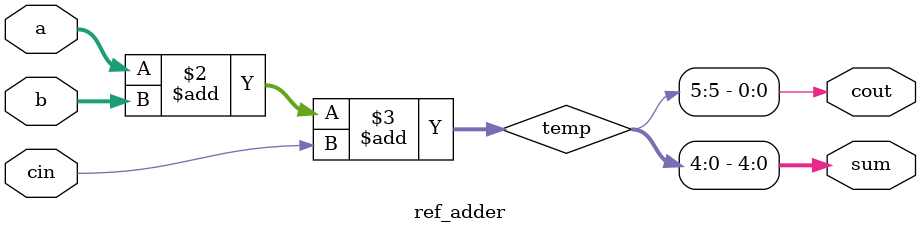
<source format=v>
module ref_adder (
  input  [4:0] a,
  input  [4:0] b,
  input        cin,
  output [4:0] sum,
  output       cout
);

  reg [5:0] temp;

  always @(*) begin
    temp = a + b + cin;
  end

  assign sum = temp[4:0];
  assign cout = temp[5];

endmodule



</source>
